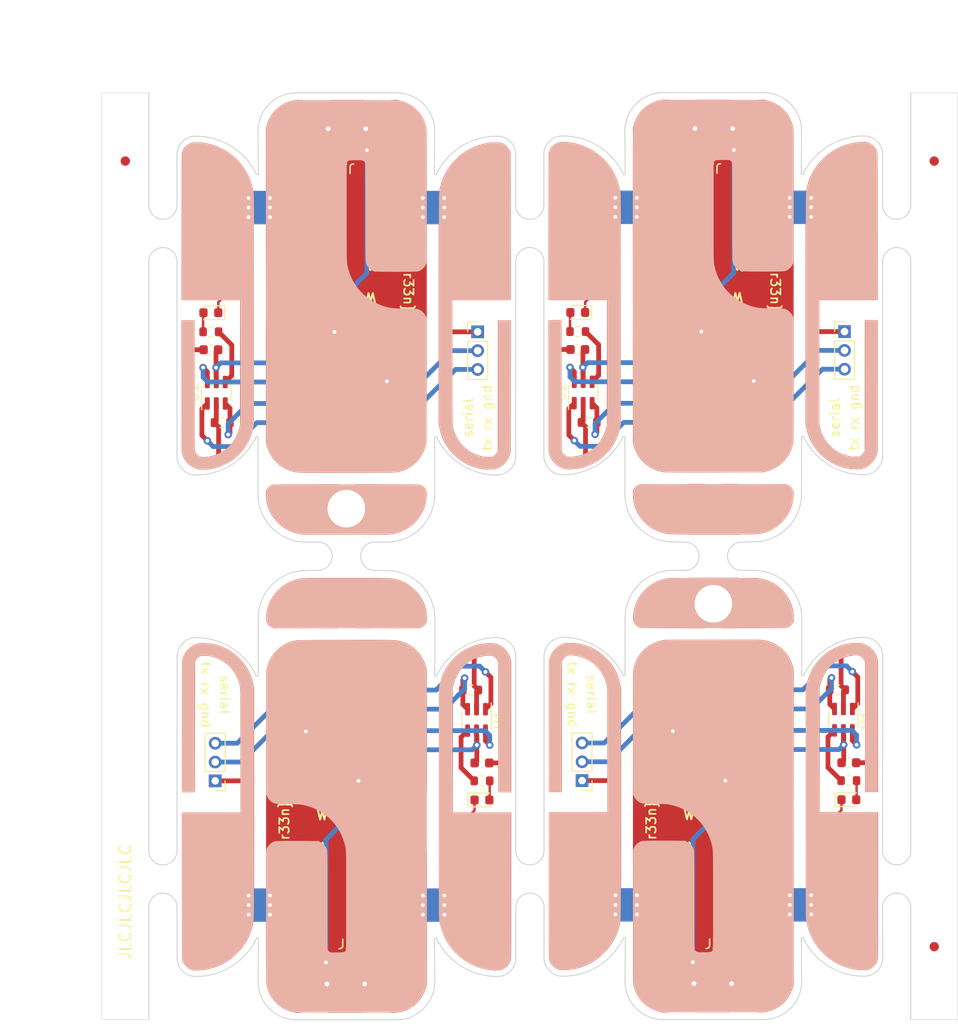
<source format=kicad_pcb>
(kicad_pcb (version 20211014) (generator pcbnew)
  (layers (0 "F.Cu" signal) (31 "B.Cu" signal) (34 "B.Paste" user) (35 "F.Paste" user) (36 "B.SilkS" user "B.Silkscreen") (37 "F.SilkS" user "F.Silkscreen") (38 "B.Mask" user) (39 "F.Mask" user) (44 "Edge.Cuts" user))
  (net 0 "")
  (net 1 "GND")
  (net 2 "Net-(D1-Pad2)")
  (net 3 "/rx")
  (net 4 "/tx")
  (net 5 "VBUS")
  (net 7 "/led")
  (footprint "LED_SMD:LED_0603_1608Metric" (layer "F.Cu") (at 64.246 104.626242)
    (fp_text reference "D1" hide)
    (fp_text value "LED")
  )
  (footprint "Capacitor_SMD:C_0603_1608Metric" (layer "F.Cu") (at 54.1343 58.091 90)
    (fp_text reference "C2" hide)
    (fp_text value "1.5 n")
  )
  (footprint "Pannelization:mouse-bite-3mm-slot" (layer "F.Cu") (at 49.816 78.716)
    (fp_text reference "mouse-bite-3mm-slot" hide)
    (fp_text value "VAL**" hide)
  )
  (footprint "Resistor_SMD:R_0603_1608Metric" (layer "F.Cu") (at 50.8323 54.864)
    (fp_text reference "R2" hide)
    (fp_text value "10 k")
  )
  (footprint "LED_SMD:LED_0603_1608Metric" (layer "F.Cu") (at 74.438 52.805758 180)
    (fp_text reference "D1" hide)
    (fp_text value "LED")
  )
  (footprint "Custom_Footprints:MicroQTJ_2pads" (layer "F.Cu") (at 49.766 126.978242)
    (fp_text reference "J2")
    (fp_text value "USB_B_Micro")
  )
  (footprint "Resistor_SMD:R_0603_1608Metric" (layer "F.Cu") (at 103.2827 102.568)
    (fp_text reference "R3" hide)
    (fp_text value "300")
  )
  (footprint "Resistor_SMD:R_0603_1608Metric" (layer "F.Cu") (at 54.1343 62.155 90)
    (fp_text reference "R4" hide)
    (fp_text value "10 k")
  )
  (footprint "Custom_Footprints:TS-1187A-B-A-B" (layer "F.Cu") (at 88.853 61.187758 -90)
    (fp_text reference "SW1" hide)
    (fp_text value "SW_Push")
  )
  (footprint "Custom_Footprints:MicroQTJ_2pads" (layer "F.Cu") (at 49.8813 30.48 180)
    (fp_text reference "J2")
    (fp_text value "USB_B_Micro")
  )
  (footprint "Custom_Footprints:TS-1187A-B-A-B" (layer "F.Cu") (at 49.831 96.244242 90)
    (fp_text reference "SW1" hide)
    (fp_text value "SW_Push")
  )
  (footprint "Custom_Footprints:SOT-23-6_narrow" (layer "F.Cu") (at 35.9788 61.341 90)
    (fp_text reference "U1")
    (fp_text value "PIC10F202T-I/OT")
  )
  (footprint "Custom_Footprints:MicroQTJ_2pads" (layer "F.Cu") (at 88.8027 126.952)
    (fp_text reference "J2")
    (fp_text value "USB_B_Micro")
  )
  (footprint "Custom_Footprints:SOT-23-6_narrow" (layer "F.Cu") (at 63.6685 96.117242 -90)
    (fp_text reference "U1")
    (fp_text value "PIC10F202T-I/OT")
  )
  (footprint "Resistor_SMD:R_0603_1608Metric" (layer "F.Cu") (at 63.039 92.942242)
    (fp_text reference "R1" hide)
    (fp_text value "10 k")
  )
  (footprint "Connector_PinHeader_2.00mm:PinHeader_1x03_P2.00mm_Vertical" (layer "F.Cu") (at 74.8977 102.568 180)
    (fp_text reference "J1" hide)
    (fp_text value "Conn_01x03_Male")
  )
  (footprint "Fiducial:Fiducial_1mm_Mask2mm" (layer "F.Cu") (at 26.297631 36.714)
    (fp_text reference "REF**" hide)
    (fp_text value "Fiducial_1mm_Mask2mm")
  )
  (footprint "Fiducial:Fiducial_1mm_Mask2mm" (layer "F.Cu") (at 112.364 36.714)
    (fp_text reference "REF**" hide)
    (fp_text value "Fiducial_1mm_Mask2mm")
  )
  (footprint "Pannelization:mouse-bite-3mm-slot" (layer "F.Cu") (at 88.8527 78.716)
    (fp_text reference "mouse-bite-3mm-slot" hide)
    (fp_text value "VAL**" hide)
  )
  (footprint "Connector_PinHeader_2.00mm:PinHeader_1x03_P2.00mm_Vertical" (layer "F.Cu") (at 35.861 102.594242 180)
    (fp_text reference "J1" hide)
    (fp_text value "Conn_01x03_Male")
  )
  (footprint "Capacitor_SMD:C_0603_1608Metric" (layer "F.Cu") (at 35.4013 56.769 180)
    (fp_text reference "C1" hide)
    (fp_text value "100 nF")
  )
  (footprint "Custom_Footprints:MicroQTJ_2pads" (layer "F.Cu") (at 88.918 30.453758 180)
    (fp_text reference "J2")
    (fp_text value "USB_B_Micro")
  )
  (footprint "Capacitor_SMD:C_0603_1608Metric" (layer "F.Cu") (at 74.438 56.742758 180)
    (fp_text reference "C1" hide)
    (fp_text value "100 nF")
  )
  (footprint "Resistor_SMD:R_0603_1608Metric" (layer "F.Cu") (at 45.513 95.303242 -90)
    (fp_text reference "R4" hide)
    (fp_text value "10 k")
  )
  (footprint "Resistor_SMD:R_0603_1608Metric" (layer "F.Cu") (at 89.869 54.837758)
    (fp_text reference "R2" hide)
    (fp_text value "10 k")
  )
  (footprint "Logo_Ganesh:35x46_2-furado" (layer "F.Cu") (at 88.853 53.313758 180)
    (fp_text reference "logo_cobre" hide)
    (fp_text value "LOGO" hide)
  )
  (footprint "Resistor_SMD:R_0603_1608Metric" (layer "F.Cu") (at 102.0757 92.916)
    (fp_text reference "R1" hide)
    (fp_text value "10 k")
  )
  (footprint "Logo_Ganesh:35x46_2-furado" (layer "F.Cu") (at 49.8163 53.34 180)
    (fp_text reference "logo_cobre" hide)
    (fp_text value "LOGO" hide)
  )
  (footprint "Resistor_SMD:R_0603_1608Metric" (layer "F.Cu") (at 48.815 102.594242 180)
    (fp_text reference "R2" hide)
    (fp_text value "10 k")
  )
  (footprint "Capacitor_SMD:C_0603_1608Metric" (layer "F.Cu") (at 64.246 100.689242)
    (fp_text reference "C1" hide)
    (fp_text value "100 nF")
  )
  (footprint "Pannelization:mouse-bite-3mm-slot" (layer "F.Cu") (at 69.34966 113.030002 90)
    (fp_text reference "mouse-bite-3mm-slot" hide)
    (fp_text value "VAL**" hide)
  )
  (footprint "Resistor_SMD:R_0603_1608Metric" (layer "F.Cu") (at 75.645 64.489758 180)
    (fp_text reference "R1" hide)
    (fp_text value "10 k")
  )
  (footprint "MountingHole:MountingHole_4mm" (layer "F.Cu") (at 49.8163 73.66 180)
    (fp_text reference "Hole" hide)
    (fp_text value "MountingHole_4mm")
  )
  (footprint "LED_SMD:LED_0603_1608Metric" (layer "F.Cu") (at 35.4013 52.832 180)
    (fp_text reference "D1" hide)
    (fp_text value "LED")
  )
  (footprint "Resistor_SMD:R_0603_1608Metric" (layer "F.Cu") (at 84.5497 95.277 -90)
    (fp_text reference "R4" hide)
    (fp_text value "10 k")
  )
  (footprint "Resistor_SMD:R_0603_1608Metric" (layer "F.Cu") (at 74.438 54.837758 180)
    (fp_text reference "R3" hide)
    (fp_text value "300")
  )
  (footprint "Pannelization:mouse-bite-3mm-slot" (layer "F.Cu") (at 69.33434 44.401998 -90)
    (fp_text reference "mouse-bite-3mm-slot" hide)
    (fp_text value "VAL**" hide)
  )
  (footprint "Pannelization:mouse-bite-3mm-slot" (layer "F.Cu") (at 30.29764 44.401998 -90)
    (fp_text reference "mouse-bite-3mm-slot" hide)
    (fp_text value "VAL**" hide)
  )
  (footprint "Resistor_SMD:R_0603_1608Metric" (layer "F.Cu") (at 35.4013 54.864 180)
    (fp_text reference "R3" hide)
    (fp_text value "300")
  )
  (footprint "Custom_Footprints:SOT-23-6_narrow" (layer "F.Cu") (at 102.7052 96.091 -90)
    (fp_text reference "U1")
    (fp_text value "PIC10F202T-I/OT")
  )
  (footprint "Resistor_SMD:R_0603_1608Metric" (layer "F.Cu") (at 87.8517 102.568 180)
    (fp_text reference "R2" hide)
    (fp_text value "10 k")
  )
  (footprint "Pannelization:mouse-bite-3mm-slot" (layer "F.Cu") (at 30.2977 113.03 90)
    (fp_text reference "mouse-bite-3mm-slot" hide)
    (fp_text value "VAL**" hide)
  )
  (footprint "Resistor_SMD:R_0603_1608Metric" (layer "F.Cu") (at 93.171 62.128758 90)
    (fp_text reference "R4" hide)
    (fp_text value "10 k")
  )
  (footprint "MountingHole:MountingHole_4mm" (layer "F.Cu") (at 88.8677 83.772)
    (fp_text reference "Hole" hide)
    (fp_text value "MountingHole_4mm")
  )
  (footprint "Connector_PinHeader_2.00mm:PinHeader_1x03_P2.00mm_Vertical" (layer "F.Cu") (at 102.823 54.837758)
    (fp_text reference "J1" hide)
    (fp_text value "Conn_01x03_Male")
  )
  (footprint "Connector_PinHeader_2.00mm:PinHeader_1x03_P2.00mm_Vertical" (layer "F.Cu") (at 63.7863 54.864)
    (fp_text reference "J1" hide)
    (fp_text value "Conn_01x03_Male")
  )
  (footprint "Custom_Footprints:TS-1187A-B-A-B" (layer "F.Cu") (at 49.8163 61.214 -90)
    (fp_text reference "SW1" hide)
    (fp_text value "SW_Push")
  )
  (footprint "Capacitor_SMD:C_0603_1608Metric" (layer "F.Cu") (at 93.171 58.064758 90)
    (fp_text reference "C2" hide)
    (fp_text value "1.5 n")
  )
  (footprint "Logo_Ganesh:35x46_2-furado" (layer "F.Cu") (at 49.831 104.118242)
    (fp_text reference "logo_cobre" hide)
    (fp_text value "LOGO" hide)
  )
  (footprint "Resistor_SMD:R_0603_1608Metric" (layer "F.Cu") (at 36.6083 64.516 180)
    (fp_text reference "R1" hide)
    (fp_text value "10 k")
  )
  (footprint "Custom_Footprints:TS-1187A-B-A-B" (layer "F.Cu") (at 88.8677 96.218 90)
    (fp_text reference "SW1" hide)
    (fp_text value "SW_Push")
  )
  (footprint "LED_SMD:LED_0603_1608Metric" (layer "F.Cu") (at 103.2827 104.6)
    (fp_text reference "D1" hide)
    (fp_text value "LED")
  )
  (footprint "Custom_Footprints:SOT-23-6_narrow" (layer "F.Cu") (at 75.0155 61.314758 90)
    (fp_text reference "U1")
    (fp_text value "PIC10F202T-I/OT")
  )
  (footprint "Capacitor_SMD:C_0603_1608Metric" (layer "F.Cu") (at 45.513 99.367242 -90)
    (fp_text reference "C2" hide)
    (fp_text value "1.5 n")
  )
  (footprint "Logo_Ganesh:35x46_2-furado" (layer "F.Cu") (at 88.8677 104.092)
    (fp_text reference "logo_cobre" hide)
    (fp_text value "LOGO" hide)
  )
  (footprint "Resistor_SMD:R_0603_1608Metric" (layer "F.Cu") (at 64.246 102.594242)
    (fp_text reference "R3" hide)
    (fp_text value "300")
  )
  (footprint "Fiducial:Fiducial_1mm_Mask2mm" (layer "F.Cu") (at 112.364 120.218)
    (fp_text reference "REF**" hide)
    (fp_text value "Fiducial_1mm_Mask2mm")
  )
  (footprint "Capacitor_SMD:C_0603_1608Metric" (layer "F.Cu") (at 84.5497 99.341 -90)
    (fp_text reference "C2" hide)
    (fp_text value "1.5 n")
  )
  (footprint "Capacitor_SMD:C_0603_1608Metric" (layer "F.Cu") (at 103.2827 100.663)
    (fp_text reference "C1" hide)
    (fp_text value "100 nF")
  )
  (footprint "Pannelization:mouse-bite-3mm-slot" (layer "B.Cu") (at 108.37104 113.03 90)
    (fp_text reference "mouse-bite-3mm-slot" hide)
    (fp_text value "VAL**" hide)
  )
  (footprint "Logo_Ganesh:35x46_2" (layer "B.Cu") (at 49.8163 53.34)
    (fp_text reference "Logo_silk" hide)
    (fp_text value "LOGO" hide)
  )
  (footprint "Pannelization:mouse-bite-3mm-slot" (layer "B.Cu") (at 108.3711 44.401998 -90)
    (fp_text reference "mouse-bite-3mm-slot" hide)
    (fp_text value "VAL**" hide)
  )
  (footprint "Logo_Ganesh:35x46_2" (layer "B.Cu") (at 88.853 53.313758)
    (fp_text reference "Logo_silk" hide)
    (fp_text value "LOGO" hide)
  )
  (footprint "Logo_Ganesh:35x46_2" (layer "B.Cu") (at 49.831 104.118242 180)
    (fp_text reference "Logo_silk" hide)
    (fp_text value "LOGO" hide)
  )
  (footprint "Logo_Ganesh:35x46_2" (layer "B.Cu") (at 88.8677 104.092 180)
    (fp_text reference "Logo_silk" hide)
    (fp_text value "LOGO" hide)
  )
  (gr_arc (start 59.407 91.467074) (mid 62.04141 88.478761) (end 65.866954 87.367301) (layer "Edge.Cuts") (width 0.1))
  (gr_arc (start 59.2143 66.04) (mid 59.300012 66.003597) (end 59.3923 65.991168) (layer "Edge.Cuts") (width 0.1))
  (gr_arc (start 70.84904 89.36) (mid 71.427605 87.94515) (end 72.831746 87.341059) (layer "Edge.Cuts") (width 0.1))
  (gr_line (start 70.83434 68.045758) (end 70.83434 47.401998) (layer "Edge.Cuts") (width 0.1))
  (gr_arc (start 104.855 34.046137) (mid 106.288594 34.603221) (end 106.871369 36.026564) (layer "Edge.Cuts") (width 0.1))
  (gr_line (start 106.8711 47.401998) (end 106.87166 68.045758) (layer "Edge.Cuts") (width 0.1))
  (gr_arc (start 79.455 33.501758) (mid 80.645318 30.628076) (end 83.519 29.437758) (layer "Edge.Cuts") (width 0.1))
  (gr_arc (start 72.851 34.046137) (mid 76.676544 35.157596) (end 79.310954 38.14591) (layer "Edge.Cuts") (width 0.1))
  (gr_line (start 46.816 77.216) (end 45.4983 77.216) (layer "Edge.Cuts") (width 0.1))
  (gr_line (start 28.7977 116.03) (end 28.797631 127.968) (layer "Edge.Cuts") (width 0.1))
  (gr_line (start 93.171 77.189758) (end 91.8527 77.216) (layer "Edge.Cuts") (width 0.1))
  (gr_line (start 67.83434 47.401998) (end 67.83496 68.072) (layer "Edge.Cuts") (width 0.1))
  (gr_arc (start 72.831746 87.341059) (mid 76.657291 88.452518) (end 79.2917 91.440832) (layer "Edge.Cuts") (width 0.1))
  (gr_line (start 79.503654 119.30868) (end 79.4697 123.904) (layer "Edge.Cuts") (width 0.1))
  (gr_arc (start 67.83496 68.072) (mid 67.256395 69.48685) (end 65.852254 70.090941) (layer "Edge.Cuts") (width 0.1))
  (gr_line (start 79.4697 85.296) (end 79.4697 91.392) (layer "Edge.Cuts") (width 0.1))
  (gr_arc (start 98.4437 91.440832) (mid 101.07811 88.45252) (end 104.903654 87.341059) (layer "Edge.Cuts") (width 0.1))
  (gr_line (start 59.229 123.930242) (end 59.195046 119.334922) (layer "Edge.Cuts") (width 0.1))
  (gr_arc (start 98.231746 119.30868) (mid 98.317453 119.27226) (end 98.409746 119.259848) (layer "Edge.Cuts") (width 0.1))
  (gr_arc (start 84.535 77.189758) (mid 80.942898 75.70186) (end 79.455 72.109758) (layer "Edge.Cuts") (width 0.1))
  (gr_line (start 59.180346 38.12332) (end 59.2143 33.528) (layer "Edge.Cuts") (width 0.1))
  (gr_arc (start 67.84966 116.030002) (mid 69.34966 114.530002) (end 70.84966 116.030002) (layer "Edge.Cuts") (width 0.1))
  (gr_line (start 70.849331 121.379194) (end 70.84966 116.030002) (layer "Edge.Cuts") (width 0.1))
  (gr_arc (start 85.8527 77.216) (mid 87.3527 78.715998) (end 85.852702 80.215998) (layer "Edge.Cuts") (width 0.1))
  (gr_arc (start 59.358346 38.172152) (mid 61.992757 35.183841) (end 65.8183 34.072379) (layer "Edge.Cuts") (width 0.1))
  (gr_arc (start 106.87166 68.045758) (mid 106.293095 69.460608) (end 104.888954 70.064699) (layer "Edge.Cuts") (width 0.1))
  (gr_arc (start 98.4437 91.440832) (mid 98.351412 91.428402) (end 98.2657 91.392) (layer "Edge.Cuts") (width 0.1))
  (gr_arc (start 106.87104 116.03) (mid 108.37104 114.53) (end 109.87104 116.03) (layer "Edge.Cuts") (width 0.1))
  (gr_arc (start 70.83434 41.401998) (mid 69.33434 42.901998) (end 67.83434 41.401998) (layer "Edge.Cuts") (width 0.1))
  (gr_arc (start 79.325654 119.259848) (mid 79.417939 119.272291) (end 79.503654 119.30868) (layer "Edge.Cuts") (width 0.1))
  (gr_line (start 67.84966 89.386242) (end 67.84966 110.030002) (layer "Edge.Cuts") (width 0.1))
  (gr_arc (start 70.834631 36.026564) (mid 71.417457 34.603272) (end 72.851 34.046137) (layer "Edge.Cuts") (width 0.1))
  (gr_arc (start 65.8183 34.072379) (mid 67.251894 34.629463) (end 67.834669 36.052806) (layer "Edge.Cuts") (width 0.1))
  (gr_arc (start 98.251 72.109758) (mid 96.763102 75.70186) (end 93.171 77.189758) (layer "Edge.Cuts") (width 0.1))
  (gr_line (start 67.834669 36.052806) (end 67.83434 41.401998) (layer "Edge.Cuts") (width 0.1))
  (gr_arc (start 52.815998 80.215998) (mid 51.316 78.715998) (end 52.816 77.216) (layer "Edge.Cuts") (width 0.1))
  (gr_arc (start 44.497 127.994242) (mid 41.623318 126.803924) (end 40.433 123.930242) (layer "Edge.Cuts") (width 0.1))
  (gr_line (start 67.849369 121.405436) (end 67.84966 116.030002) (layer "Edge.Cuts") (width 0.1))
  (gr_arc (start 28.7977 116.03) (mid 30.2977 114.53) (end 31.7977 116.03) (layer "Edge.Cuts") (width 0.1))
  (gr_line (start 31.797931 36.052806) (end 31.79764 41.401998) (layer "Edge.Cuts") (width 0.1))
  (gr_arc (start 40.2403 65.991168) (mid 40.332588 66.003598) (end 40.4183 66.04) (layer "Edge.Cuts") (width 0.1))
  (gr_line (start 114.871031 29.464) (end 109.871031 29.464) (layer "Edge.Cuts") (width 0.05))
  (gr_line (start 23.797631 29.464) (end 23.797631 127.968) (layer "Edge.Cuts") (width 0.05))
  (gr_arc (start 31.79764 41.401998) (mid 30.29764 42.901998) (end 28.79764 41.401998) (layer "Edge.Cuts") (width 0.1))
  (gr_line (start 114.871031 29.464) (end 114.871031 127.968) (layer "Edge.Cuts") (width 0.05))
  (gr_arc (start 98.395046 38.14591) (mid 101.029457 35.157599) (end 104.855 34.046137) (layer "Edge.Cuts") (width 0.1))
  (gr_line (start 83.5337 127.968) (end 94.2017 127.968) (layer "Edge.Cuts") (width 0.1))
  (gr_line (start 91.852698 80.215998) (end 93.1857 80.216) (layer "Edge.Cuts") (width 0.1))
  (gr_arc (start 79.4697 91.392) (mid 79.383988 91.428403) (end 79.2917 91.440832) (layer "Edge.Cuts") (width 0.1))
  (gr_line (start 109.871109 29.464) (end 109.8711 41.401998) (layer "Edge.Cuts") (width 0.1))
  (gr_arc (start 94.187 29.437758) (mid 97.060682 30.628076) (end 98.251 33.501758) (layer "Edge.Cuts") (width 0.1))
  (gr_line (start 106.871369 36.026564) (end 106.8711 41.401998) (layer "Edge.Cuts") (width 0.1))
  (gr_arc (start 79.488954 38.097078) (mid 79.403247 38.133498) (end 79.310954 38.14591) (layer "Edge.Cuts") (width 0.1))
  (gr_arc (start 109.8711 41.401998) (mid 108.3711 42.901998) (end 106.8711 41.401998) (layer "Edge.Cuts") (width 0.1))
  (gr_arc (start 46.816 77.216) (mid 48.316 78.715998) (end 46.816002 80.215998) (layer "Edge.Cuts") (width 0.1))
  (gr_line (start 109.8711 47.401998) (end 109.87104 110.03) (layer "Edge.Cuts") (width 0.1))
  (gr_line (start 59.2143 72.136) (end 59.2143 66.04) (layer "Edge.Cuts") (width 0.1))
  (gr_arc (start 40.2403 65.991168) (mid 37.60589 68.979481) (end 33.780346 70.090941) (layer "Edge.Cuts") (width 0.1))
  (gr_arc (start 104.903654 87.341059) (mid 106.307805 87.94514) (end 106.88636 89.36) (layer "Edge.Cuts") (width 0.1))
  (gr_arc (start 45.4983 77.216) (mid 41.906198 75.728102) (end 40.4183 72.136) (layer "Edge.Cuts") (width 0.1))
  (gr_line (start 40.4183 33.528) (end 40.452254 38.12332) (layer "Edge.Cuts") (width 0.1))
  (gr_arc (start 67.849369 121.405436) (mid 67.266543 122.828728) (end 65.833 123.385863) (layer "Edge.Cuts") (width 0.1))
  (gr_arc (start 70.84966 110.030002) (mid 69.34966 111.530002) (end 67.84966 110.030002) (layer "Edge.Cuts") (width 0.1))
  (gr_line (start 79.455 66.013758) (end 79.455 72.109758) (layer "Edge.Cuts") (width 0.1))
  (gr_arc (start 91.852698 80.215998) (mid 90.3527 78.715998) (end 91.8527 77.216) (layer "Edge.Cuts") (width 0.1))
  (gr_line (start 40.466954 119.334922) (end 40.433 123.930242) (layer "Edge.Cuts") (width 0.1))
  (gr_line (start 28.7977 110.03) (end 28.797669 47.401998) (layer "Edge.Cuts") (width 0.1))
  (gr_arc (start 104.8697 123.359621) (mid 101.044156 122.248162) (end 98.409746 119.259848) (layer "Edge.Cuts") (width 0.1))
  (gr_arc (start 104.888954 70.064699) (mid 101.063409 68.95324) (end 98.429 65.964926) (layer "Edge.Cuts") (width 0.1))
  (gr_line (start 28.79764 41.401998) (end 28.797631 29.464) (layer "Edge.Cuts") (width 0.1))
  (gr_line (start 40.4183 66.04) (end 40.4183 72.136) (layer "Edge.Cuts") (width 0.1))
  (gr_arc (start 79.277 65.964926) (mid 79.369288 65.977356) (end 79.455 66.013758) (layer "Edge.Cuts") (width 0.1))
  (gr_arc (start 65.866954 87.367301) (mid 67.271105 87.971382) (end 67.84966 89.386242) (layer "Edge.Cuts") (width 0.1))
  (gr_line (start 40.433 85.322242) (end 40.433 91.418242) (layer "Edge.Cuts") (width 0.1))
  (gr_line (start 94.187 29.437758) (end 83.519 29.437758) (layer "Edge.Cuts") (width 0.1))
  (gr_arc (start 65.852254 70.090941) (mid 62.026709 68.979482) (end 59.3923 65.991168) (layer "Edge.Cuts") (width 0.1))
  (gr_line (start 55.1503 29.464) (end 44.4823 29.464) (layer "Edge.Cuts") (width 0.1))
  (gr_line (start 98.2657 91.392) (end 98.2657 85.296) (layer "Edge.Cuts") (width 0.1))
  (gr_line (start 52.815998 80.215998) (end 54.149 80.242242) (layer "Edge.Cuts") (width 0.1))
  (gr_line (start 44.497 127.994242) (end 55.165 127.994242) (layer "Edge.Cuts") (width 0.1))
  (gr_line (start 70.834631 36.026564) (end 70.83434 41.401998) (layer "Edge.Cuts") (width 0.1))
  (gr_line (start 31.7977 110.03) (end 31.81234 89.386242) (layer "Edge.Cuts") (width 0.1))
  (gr_arc (start 72.817046 70.064699) (mid 71.412895 69.460618) (end 70.83434 68.045758) (layer "Edge.Cuts") (width 0.1))
  (gr_arc (start 59.229 123.930242) (mid 58.038682 126.803924) (end 55.165 127.994242) (layer "Edge.Cuts") (width 0.1))
  (gr_line (start 79.455 33.501758) (end 79.488954 38.097078) (layer "Edge.Cuts") (width 0.1))
  (gr_arc (start 40.288954 119.28609) (mid 37.654543 122.274401) (end 33.829 123.385863) (layer "Edge.Cuts") (width 0.1))
  (gr_arc (start 79.325654 119.259848) (mid 76.691243 122.248159) (end 72.8657 123.359621) (layer "Edge.Cuts") (width 0.1))
  (gr_line (start 45.513 80.242242) (end 46.816002 80.215998) (layer "Edge.Cuts") (width 0.1))
  (gr_arc (start 59.407 91.467074) (mid 59.314712 91.454644) (end 59.229 91.418242) (layer "Edge.Cuts") (width 0.1))
  (gr_line (start 84.5497 80.216) (end 85.852702 80.215998) (layer "Edge.Cuts") (width 0.1))
  (gr_arc (start 33.780346 70.090941) (mid 32.376195 69.48686) (end 31.79764 68.072) (layer "Edge.Cuts") (width 0.1))
  (gr_arc (start 106.8711 47.401998) (mid 108.3711 45.901998) (end 109.8711 47.401998) (layer "Edge.Cuts") (width 0.1))
  (gr_arc (start 33.795046 87.367301) (mid 37.620591 88.47876) (end 40.255 91.467074) (layer "Edge.Cuts") (width 0.1))
  (gr_arc (start 59.2143 72.136) (mid 57.726402 75.728102) (end 54.1343 77.216) (layer "Edge.Cuts") (width 0.1))
  (gr_arc (start 59.195046 119.334922) (mid 59.280753 119.298502) (end 59.373046 119.28609) (layer "Edge.Cuts") (width 0.1))
  (gr_line (start 28.797631 29.464) (end 23.797631 29.464) (layer "Edge.Cuts") (width 0.05))
  (gr_arc (start 67.83434 47.401998) (mid 69.33434 45.901998) (end 70.83434 47.401998) (layer "Edge.Cuts") (width 0.1))
  (gr_arc (start 72.8657 123.359621) (mid 71.432106 122.802537) (end 70.849331 121.379194) (layer "Edge.Cuts") (width 0.1))
  (gr_arc (start 79.4697 85.296) (mid 80.957598 81.703898) (end 84.5497 80.216) (layer "Edge.Cuts") (width 0.1))
  (gr_line (start 98.2657 123.904) (end 98.231746 119.30868) (layer "Edge.Cuts") (width 0.1))
  (gr_arc (start 40.452254 38.12332) (mid 40.366547 38.15974) (end 40.274254 38.172152) (layer "Edge.Cuts") (width 0.1))
  (gr_arc (start 31.7977 110.03) (mid 30.2977 111.53) (end 28.7977 110.03) (layer "Edge.Cuts") (width 0.1))
  (gr_arc (start 40.288954 119.28609) (mid 40.381239 119.298533) (end 40.466954 119.334922) (layer "Edge.Cuts") (width 0.1))
  (gr_arc (start 31.81234 89.386242) (mid 32.390905 87.971392) (end 33.795046 87.367301) (layer "Edge.Cuts") (width 0.1))
  (gr_arc (start 109.87104 110.03) (mid 108.37104 111.53) (end 106.87104 110.03) (layer "Edge.Cuts") (width 0.1))
  (gr_line (start 70.84966 110.030002) (end 70.84904 89.36) (layer "Edge.Cuts") (width 0.1))
  (gr_line (start 106.88636 89.36) (end 106.87104 110.03) (layer "Edge.Cuts") (width 0.1))
  (gr_arc (start 106.886069 121.379194) (mid 106.303243 122.802486) (end 104.8697 123.359621) (layer "Edge.Cuts") (width 0.1))
  (gr_arc (start 83.5337 127.968) (mid 80.660018 126.777682) (end 79.4697 123.904) (layer "Edge.Cuts") (width 0.1))
  (gr_arc (start 59.358346 38.172152) (mid 59.266061 38.159709) (end 59.180346 38.12332) (layer "Edge.Cuts") (width 0.1))
  (gr_arc (start 54.149 80.242242) (mid 57.741102 81.73014) (end 59.229 85.322242) (layer "Edge.Cuts") (width 0.1))
  (gr_arc (start 40.4183 33.528) (mid 41.608618 30.654318) (end 44.4823 29.464) (layer "Edge.Cuts") (width 0.1))
  (gr_arc (start 93.1857 80.216) (mid 96.777802 81.703898) (end 98.2657 85.296) (layer "Edge.Cuts") (width 0.1))
  (gr_arc (start 98.395046 38.14591) (mid 98.302761 38.133467) (end 98.217046 38.097078) (layer "Edge.Cuts") (width 0.1))
  (gr_line (start 85.8527 77.216) (end 84.535 77.189758) (layer "Edge.Cuts") (width 0.1))
  (gr_arc (start 40.433 91.418242) (mid 40.347288 91.454645) (end 40.255 91.467074) (layer "Edge.Cuts") (width 0.1))
  (gr_arc (start 98.251 66.013758) (mid 98.336712 65.977355) (end 98.429 65.964926) (layer "Edge.Cuts") (width 0.1))
  (gr_arc (start 65.833 123.385863) (mid 62.007456 122.274404) (end 59.373046 119.28609) (layer "Edge.Cuts") (width 0.1))
  (gr_line (start 98.251 72.109758) (end 98.251 66.013758) (layer "Edge.Cuts") (width 0.1))
  (gr_line (start 31.812631 121.405436) (end 31.7977 116.03) (layer "Edge.Cuts") (width 0.1))
  (gr_line (start 59.229 91.418242) (end 59.229 85.322242) (layer "Edge.Cuts") (width 0.1))
  (gr_line (start 98.217046 38.097078) (end 98.251 33.501758) (layer "Edge.Cuts") (width 0.1))
  (gr_arc (start 40.433 85.322242) (mid 41.920898 81.73014) (end 45.513 80.242242) (layer "Edge.Cuts") (width 0.1))
  (gr_arc (start 33.829 123.385863) (mid 32.395406 122.828779) (end 31.812631 121.405436) (layer "Edge.Cuts") (width 0.1))
  (gr_arc (start 98.2657 123.904) (mid 97.075382 126.777682) (end 94.2017 127.968) (layer "Edge.Cuts") (width 0.1))
  (gr_line (start 106.886069 121.379194) (end 106.87104 116.03) (layer "Edge.Cuts") (width 0.1))
  (gr_arc (start 33.8143 34.072379) (mid 37.639844 35.183838) (end 40.274254 38.172152) (layer "Edge.Cuts") (width 0.1))
  (gr_arc (start 31.797931 36.052806) (mid 32.380757 34.629514) (end 33.8143 34.072379) (layer "Edge.Cuts") (width 0.1))
  (gr_line (start 54.1343 77.216) (end 52.816 77.216) (layer "Edge.Cuts") (width 0.1))
  (gr_line (start 109.871109 127.968) (end 109.87104 116.03) (layer "Edge.Cuts") (width 0.1))
  (gr_line (start 114.871031 127.968) (end 109.871031 127.968) (layer "Edge.Cuts") (width 0.05))
  (gr_arc (start 55.1503 29.464) (mid 58.023982 30.654318) (end 59.2143 33.528) (layer "Edge.Cuts") (width 0.1))
  (gr_line (start 31.79764 68.072) (end 31.79764 47.401998) (layer "Edge.Cuts") (width 0.1))
  (gr_line (start 28.797631 127.968) (end 23.797631 127.968) (layer "Edge.Cuts") (width 0.05))
  (gr_arc (start 28.79764 47.401998) (mid 30.29764 45.901998) (end 31.79764 47.401998) (layer "Edge.Cuts") (width 0.1))
  (gr_arc (start 79.277 65.964926) (mid 76.64259 68.953239) (end 72.817046 70.064699) (layer "Edge.Cuts") (width 0.1))
  (gr_text "Reversa" (at 102.5837 113.998 315) (layer "F.SilkS") (effects (font (size 1.2 1.2) (thickness 0.2))))
  (gr_text "Ganesh" (at 89.361 67.537758 180) (layer "F.SilkS") (effects (font (size 2 2) (thickness 0.33))))
  (gr_text "CTF" (at 102.8377 119.332) (layer "F.SilkS") (effects (font (size 1.2 1.2) (thickness 0.2))))
  (gr_text "Web" (at 87.3437 106.124) (layer "F.SilkS") (effects (font (size 1.2 1.2) (thickness 0.2))))
  (gr_text "Ganesh" (at 49.323 89.894242) (layer "F.SilkS") (effects (font (size 2 2) (thickness 0.33))))
  (gr_text "Ganesh" (at 50.3243 67.564 180) (layer "F.SilkS") (effects (font (size 2 2) (thickness 0.33))))
  (gr_text "Ganesh{s3i_LEr_5ilKsCr33n}" (at 43.227 115.294242 90) (layer "F.SilkS") (effects (font (size 1 1) (thickness 0.17))))
  (gr_text "Pentest" (at 74.6437 116.792 315) (layer "F.SilkS") (effects (font (size 1.2 1.2) (thickness 0.2))))
  (gr_text "tx rx gnd" (at 103.839 63.981758 90) (layer "F.SilkS") (effects (font (size 1 1) (thickness 0.16))))
  (gr_text "serial" (at 101.807 63.981758 90) (layer "F.SilkS") (effects (font (size 1 1) (thickness 0.16))))
  (gr_text "CTF" (at 63.801 119.358242) (layer "F.SilkS") (effects (font (size 1.2 1.2) (thickness 0.2))))
  (gr_text "CTF" (at 74.883 38.073758 180) (layer "F.SilkS") (effects (font (size 1.2 1.2) (thickness 0.2))))
  (gr_text "Hardware" (at 85.8197 112.982 90) (layer "F.SilkS") (effects (font (size 1.2 1.2) (thickness 0.2))))
  (gr_text "Hardware" (at 46.783 113.008242 90) (layer "F.SilkS") (effects (font (size 1.2 1.2) (thickness 0.2))))
  (gr_text "CTF" (at 35.8463 38.1 180) (layer "F.SilkS") (effects (font (size 1.2 1.2) (thickness 0.2))))
  (gr_text "Ganesh" (at 88.3597 89.868) (layer "F.SilkS") (effects (font (size 2 2) (thickness 0.33))))
  (gr_text "Redes" (at 64.0403 47.498 225) (layer "F.SilkS") (effects (font (size 1.2 1.2) (thickness 0.2))))
  (gr_text "Ganesh{s3i_LEr_5ilKsCr33n}" (at 56.4203 42.164 270) (layer "F.SilkS") (effects (font (size 1 1) (thickness 0.17))))
  (gr_text "by alexsantee" (at 96.2337 102.822 90) (layer "F.SilkS") (effects (font (size 1 1) (thickness 0.16)) (justify left)))
  (gr_text "Criptografia" (at 94.4557 117.046 270) (layer "F.SilkS") (effects (font (size 1.2 1.2) (thickness 0.2))))
  (gr_text "Pentest" (at 103.077 40.613758 135) (layer "F.SilkS") (effects (font (size 1.2 1.2) (thickness 0.2))))
  (gr_text "tx rx gnd" (at 73.8817 93.424 270) (layer "F.SilkS") (effects (font (size 1 1) (thickness 0.16))))
  (gr_text "Redes" (at 74.6437 109.934 45) (layer "F.SilkS") (effects (font (size 1.2 1.2) (thickness 0.2))))
  (gr_text "tx rx gnd" (at 64.8023 64.008 90) (layer "F.SilkS") (effects (font (size 1 1) (thickness 0.16))))
  (gr_text "serial" (at 75.9137 93.424 270) (layer "F.SilkS") (effects (font (size 1 1) (thickness 0.16))))
  (gr_text "Web" (at 90.377 51.281758 180) (layer "F.SilkS") (effects (font (size 1.2 1.2) (thickness 0.2))))
  (gr_text "Ganesh{s3i_LEr_5ilKsCr33n}" (at 95.457 42.137758 270) (layer "F.SilkS") (effects (font (size 1 1) (thickness 0.17))))
  (gr_text "Reversa" (at 63.547 114.024242 315) (layer "F.SilkS") (effects (font (size 1.2 1.2) (thickness 0.2))))
  (gr_text "tx rx gnd" (at 34.845 93.450242 270) (layer "F.SilkS") (effects (font (size 1 1) (thickness 0.16))))
  (gr_text "Redes" (at 103.077 47.471758 225) (layer "F.SilkS") (effects (font (size 1.2 1.2) (thickness 0.2))))
  (gr_text "Hardware" (at 91.901 44.423758 270) (layer "F.SilkS") (effects (font (size 1.2 1.2) (thickness 0.2))))
  (gr_text "Pwning" (at 63.293 108.182242) (layer "F.SilkS") (effects (font (size 1.2 1.2) (thickness 0.2))))
  (gr_text "Pwning" (at 36.3543 49.276 180) (layer "F.SilkS") (effects (font (size 1.2 1.2) (thickness 0.2))))
  (gr_text "Criptografia" (at 83.265 40.359758 90) (layer "F.SilkS") (effects (font (size 1.2 1.2) (thickness 0.2))))
  (gr_text "by alexsantee" (at 81.487 54.583758 270) (layer "F.SilkS") (effects (font (size 1 1) (thickness 0.16)) (justify left)))
  (gr_text "Reversa" (at 75.137 43.407758 135) (layer "F.SilkS") (effects (font (size 1.2 1.2) (thickness 0.2))))
  (gr_text "Criptografia" (at 55.419 117.072242 270) (layer "F.SilkS") (effects (font (size 1.2 1.2) (thickness 0.2))))
  (gr_text "Web" (at 51.3403 51.308 180) (layer "F.SilkS") (effects (font (size 1.2 1.2) (thickness 0.2))))
  (gr_text "by alexsantee" (at 57.197 102.848242 90) (layer "F.SilkS") (effects (font (size 1 1) (thickness 0.16)) (justify left)))
  (gr_text "by alexsantee" (at 42.4503 54.61 270) (layer "F.SilkS") (effects (font (size 1 1) (thickness 0.16)) (justify left)))
  (gr_text "Pentest" (at 64.0403 40.64 135) (layer "F.SilkS") (effects (font (size 1.2 1.2) (thickness 0.2))))
  (gr_text "Pwning" (at 102.3297 108.156) (layer "F.SilkS") (effects (font (size 1.2 1.2) (thickness 0.2))))
  (gr_text "serial" (at 36.877 93.450242 270) (layer "F.SilkS") (effects (font (size 1 1) (thickness 0.16))))
  (gr_text "JLCJLCJLCJLC" (at 26.297631 115.496 90) (layer "F.SilkS") (effects (font (size 1.2 1.2) (thickness 0.2))))
  (gr_text "Criptografia" (at 44.2283 40.386 90) (layer "F.SilkS") (effects (font (size 1.2 1.2) (thickness 0.2))))
  (gr_text "Pentest" (at 35.607 116.818242 315) (layer "F.SilkS") (effects (font (size 1.2 1.2) (thickness 0.2))))
  (gr_text "Redes" (at 35.607 109.960242 45) (layer "F.SilkS") (effects (font (size 1.2 1.2) (thickness 0.2))))
  (gr_text "Web" (at 48.307 106.150242) (layer "F.SilkS") (effects (font (size 1.2 1.2) (thickness 0.2))))
  (gr_text "Pwning" (at 75.391 49.249758 180) (layer "F.SilkS") (effects (font (size 1.2 1.2) (thickness 0.2))))
  (gr_text "serial" (at 62.7703 64.008 90) (layer "F.SilkS") (effects (font (size 1 1) (thickness 0.16))))
  (gr_text "Ganesh{s3i_LEr_5ilKsCr33n}" (at 82.2637 115.268 90) (layer "F.SilkS") (effects (font (size 1 1) (thickness 0.17))))
  (gr_text "Reversa" (at 36.1003 43.434 135) (layer "F.SilkS") (effects (font (size 1.2 1.2) (thickness 0.2))))
  (gr_text "Hardware" (at 52.8643 44.45 270) (layer "F.SilkS") (effects (font (size 1.2 1.2) (thickness 0.2))))
  (segment (start 86.9927 93.218) (end 86.9927 99.218) (width 0.254) (layer "F.Cu") (net 0))
  (segment (start 84.5497 96.102) (end 84.5497 98.566) (width 0.254) (layer "F.Cu") (net 0))
  (segment (start 35.0288 59.121) (end 35.0288 60.2035) (width 0.508) (layer "F.Cu") (net 0))
  (segment (start 91.937 64.187758) (end 90.728 64.187758) (width 0.254) (layer "F.Cu") (net 0))
  (segment (start 47.956 99.244242) (end 47.956 102.560242) (width 0.254) (layer "F.Cu") (net 0))
  (segment (start 54.1343 62.98) (end 52.9003 64.214) (width 0.254) (layer "F.Cu") (net 0))
  (segment (start 45.513 94.478242) (end 46.747 93.244242) (width 0.254) (layer "F.Cu") (net 0))
  (segment (start 86.9927 102.534) (end 87.0267 102.568) (width 0.254) (layer "F.Cu") (net 0))
  (segment (start 47.956 93.244242) (end 47.956 99.244242) (width 0.254) (layer "F.Cu") (net 0))
  (segment (start 47.956 102.560242) (end 47.99 102.594242) (width 0.254) (layer "F.Cu") (net 0))
  (segment (start 64.6185 98.337242) (end 64.6185 97.254742) (width 0.508) (layer "F.Cu") (net 0))
  (segment (start 90.728 64.187758) (end 90.728 58.187758) (width 0.254) (layer "F.Cu") (net 0))
  (segment (start 93.171 62.953758) (end 91.937 64.187758) (width 0.254) (layer "F.Cu") (net 0))
  (segment (start 86.9927 99.218) (end 86.9927 102.534) (width 0.254) (layer "F.Cu") (net 0))
  (segment (start 52.9003 64.214) (end 51.6913 64.214) (width 0.254) (layer "F.Cu") (net 0))
  (segment (start 93.171 61.303758) (end 93.171 58.839758) (width 0.254) (layer "F.Cu") (net 0))
  (segment (start 54.1343 61.33) (end 54.1343 58.866) (width 0.254) (layer "F.Cu") (net 0))
  (segment (start 46.747 93.244242) (end 47.956 93.244242) (width 0.254) (layer "F.Cu") (net 0))
  (segment (start 51.6913 58.214) (end 51.6913 54.898) (width 0.254) (layer "F.Cu") (net 0))
  (segment (start 51.6913 64.214) (end 51.6913 58.214) (width 0.254) (layer "F.Cu") (net 0))
  (segment (start 104.1077 98.7635) (end 103.6552 98.311) (width 0.508) (layer "F.Cu") (net 0))
  (segment (start 84.5497 94.452) (end 85.7837 93.218) (width 0.254) (layer "F.Cu") (net 0))
  (segment (start 90.728 54.871758) (end 90.694 54.837758) (width 0.254) (layer "F.Cu") (net 0))
  (segment (start 51.6913 54.898) (end 51.6573 54.864) (width 0.254) (layer "F.Cu") (net 0))
  (segment (start 103.6552 98.311) (end 103.6552 97.2285) (width 0.508) (layer "F.Cu") (net 0))
  (segment (start 34.5763 58.6685) (end 35.0288 59.121) (width 0.508) (layer "F.Cu") (net 0))
  (segment (start 45.513 96.128242) (end 45.513 98.592242) (width 0.254) (layer "F.Cu") (net 0))
  (segment (start 74.0655 59.094758) (end 74.0655 60.177258) (width 0.508) (layer "F.Cu") (net 0))
  (segment (start 90.728 58.187758) (end 90.728 54.871758) (width 0.254) (layer "F.Cu") (net 0))
  (segment (start 65.071 98.789742) (end 64.6185 98.337242) (width 0.508) (layer "F.Cu") (net 0))
  (segment (start 85.7837 93.218) (end 86.9927 93.218) (width 0.254) (layer "F.Cu") (net 0))
  (segment (start 73.613 58.642258) (end 74.0655 59.094758) (width 0.508) (layer "F.Cu") (net 0))
  (via (at 73.613 58.642258) (size 0.8) (drill 0.4) (layers "F.Cu" "B.Cu") (net 0))
  (via (at 34.5763 58.6685) (size 0.8) (drill 0.4) (layers "F.Cu" "B.Cu") (net 0))
  (via (at 93.171 60.096758) (size 0.8) (drill 0.4) (layers "F.Cu" "B.Cu") (net 0))
  (via (at 45.513 97.335242) (size 0.8) (drill 0.4) (layers "F.Cu" "B.Cu") (net 0))
  (via (at 104.1077 98.7635) (size 0.8) (drill 0.4) (layers "F.Cu" "B.Cu") (net 0))
  (via (at 54.1343 60.123) (size 0.8) (drill 0.4) (layers "F.Cu" "B.Cu") (net 0))
  (via (at 65.071 98.789742) (size 0.8) (drill 0.4) (layers "F.Cu" "B.Cu") (net 0))
  (via (at 84.5497 97.309) (size 0.8) (drill 0.4) (layers "F.Cu" "B.Cu") (net 0))
  (segment (start 103.5997 97.234) (end 84.6247 97.234) (width 0.508) (layer "B.Cu") (net 0))
  (segment (start 104.1077 97.742) (end 103.5997 97.234) (width 0.508) (layer "B.Cu") (net 0))
  (segment (start 54.0593 60.198) (end 54.1343 60.123) (width 0.508) (layer "B.Cu") (net 0))
  (segment (start 73.613 58.642258) (end 73.613 59.663758) (width 0.508) (layer "B.Cu") (net 0))
  (segment (start 84.6247 97.234) (end 84.5497 97.309) (width 0.508) (layer "B.Cu") (net 0))
  (segment (start 64.563 97.260242) (end 45.588 97.260242) (width 0.508) (layer "B.Cu") (net 0))
  (segment (start 65.071 98.789742) (end 65.071 97.768242) (width 0.508) (layer "B.Cu") (net 0))
  (segment (start 74.121 60.171758) (end 93.096 60.171758) (width 0.508) (layer "B.Cu") (net 0))
  (segment (start 104.1077 98.7635) (end 104.1077 97.742) (width 0.508) (layer "B.Cu") (net 0))
  (segment (start 34.5763 58.6685) (end 34.5763 59.69) (width 0.508) (layer "B.Cu") (net 0))
  (segment (start 35.0843 60.198) (end 54.0593 60.198) (width 0.508) (layer "B.Cu") (net 0))
  (segment (start 34.5763 59.69) (end 35.0843 60.198) (width 0.508) (layer "B.Cu") (net 0))
  (segment (start 65.071 97.768242) (end 64.563 97.260242) (width 0.508) (layer "B.Cu") (net 0))
  (segment (start 93.096 60.171758) (end 93.171 60.096758) (width 0.508) (layer "B.Cu") (net 0))
  (segment (start 45.588 97.260242) (end 45.513 97.335242) (width 0.508) (layer "B.Cu") (net 0))
  (segment (start 73.613 59.663758) (end 74.121 60.171758) (width 0.508) (layer "B.Cu") (net 0))
  (segment (start 102.9007 92.916) (end 102.4567 92.472) (width 0.508) (layer "F.Cu") (net 1))
  (segment (start 63.4585 105.730742) (end 62.531 106.658242) (width 0.254) (layer "F.Cu") (net 1))
  (segment (start 90.1377 121.745) (end 90.129998 121.752702) (width 0.508) (layer "F.Cu") (net 1))
  (segment (start 65.021 100.689242) (end 66.595 100.689242) (width 0.508) (layer "F.Cu") (net 1))
  (segment (start 36.1888 51.7275) (end 37.1163 50.8) (width 0.254) (layer "F.Cu") (net 1))
  (segment (start 51.101 121.771242) (end 51.093298 121.778944) (width 0.508) (layer "F.Cu") (net 1))
  (segment (start 63.7863 54.864) (end 60.4843 54.864) (width 0.508) (layer "F.Cu") (net 1))
  (segment (start 63.4585 104.626242) (end 63.4585 105.730742) (width 0.254) (layer "F.Cu") (net 1))
  (segment (start 63.6685 93.137742) (end 63.864 92.942242) (width 0.508) (layer "F.Cu") (net 1))
  (segment (start 102.7052 94.9535) (end 102.7052 93.1115) (width 0.508) (layer "F.Cu") (net 1))
  (segment (start 74.82 64.489758) (end 75.264 64.933758) (width 0.508) (layer "F.Cu") (net 1))
  (segment (start 63.6685 94.979742) (end 63.6685 93.137742) (width 0.508) (layer "F.Cu") (net 1))
  (segment (start 90.129998 121.752702) (end 90.129998 123.469298) (width 0.508) (layer "F.Cu") (net 1))
  (segment (start 63.42 92.498242) (end 63.42 89.005242) (width 0.508) (layer "F.Cu") (net 1))
  (segment (start 75.264 64.933758) (end 75.264 68.426758) (width 0.508) (layer "F.Cu") (net 1))
  (segment (start 35.861 102.594242) (end 39.163 102.594242) (width 0.508) (layer "F.Cu") (net 1))
  (segment (start 51.093298 121.778944) (end 51.093298 123.49554) (width 0.508) (layer "F.Cu") (net 1))
  (segment (start 75.2255 51.701258) (end 76.153 50.773758) (width 0.254) (layer "F.Cu") (net 1))
  (segment (start 48.5463 35.687) (end 48.554002 35.679298) (width 0.508) (layer "F.Cu") (net 1))
  (segment (start 102.4952 105.7045) (end 101.5677 106.632) (width 0.254) (layer "F.Cu") (net 1))
  (segment (start 102.4952 104.6) (end 102.4952 105.7045) (width 0.254) (layer "F.Cu") (net 1))
  (segment (start 34.6263 56.769) (end 33.0523 56.769) (width 0.508) (layer "F.Cu") (net 1))
  (segment (start 36.2273 64.96) (end 36.2273 68.453) (width 0.508) (layer "F.Cu") (net 1))
  (segment (start 36.1888 52.832) (end 36.1888 51.7275) (width 0.254) (layer "F.Cu") (net 1))
  (segment (start 74.8977 102.568) (end 78.1997 102.568) (width 0.508) (layer "F.Cu") (net 1))
  (segment (start 48.554002 35.679298) (end 48.554002 33.962702) (width 0.508) (layer "F.Cu") (net 1))
  (segment (start 87.590702 35.653056) (end 87.590702 33.93646) (width 0.508) (layer "F.Cu") (net 1))
  (segment (start 75.0155 64.294258) (end 74.82 64.489758) (width 0.508) (layer "F.Cu") (net 1))
  (segment (start 102.7052 93.1115) (end 102.9007 92.916) (width 0.508) (layer "F.Cu") (net 1))
  (segment (start 75.0155 62.452258) (end 75.0155 64.294258) (width 0.508) (layer "F.Cu") (net 1))
  (segment (start 104.0577 100.663) (end 105.6317 100.663) (width 0.508) (layer "F.Cu") (net 1))
  (segment (start 35.9788 64.3205) (end 35.7833 64.516) (width 0.508) (layer "F.Cu") (net 1))
  (segment (start 73.663 56.742758) (end 72.089 56.742758) (width 0.508) (layer "F.Cu") (net 1))
  (segment (start 35.9788 62.4785) (end 35.9788 64.3205) (width 0.508) (layer "F.Cu") (net 1))
  (segment (start 63.864 92.942242) (end 63.42 92.498242) (width 0.508) (layer "F.Cu") (net 1))
  (segment (start 87.583 35.660758) (end 87.590702 35.653056) (width 0.508) (layer "F.Cu") (net 1))
  (segment (start 102.823 54.837758) (end 99.521 54.837758) (width 0.508) (layer "F.Cu") (net 1))
  (segment (start 102.4567 92.472) (end 102.4567 88.979) (width 0.508) (layer "F.Cu") (net 1))
  (segment (start 75.2255 52.805758) (end 75.2255 51.701258) (width 0.254) (layer "F.Cu") (net 1))
  (segment (start 35.7833 64.516) (end 36.2273 64.96) (width 0.508) (layer "F.Cu") (net 1))
  (via (at 57.9443 41.656) (size 0.8) (drill 0.4) (layers "F.Cu" "B.Cu") (net 1))
  (via (at 96.9957 116.792) (size 0.8) (drill 0.4) (layers "F.Cu" "B.Cu") (net 1))
  (via (at 60.245 115.802242) (size 0.8) (drill 0.4) (layers "F.Cu" "B.Cu") (net 1))
  (via (at 99.267 41.629758) (size 0.8) (drill 0.4) (layers "F.Cu" "B.Cu") (net 1))
  (via (at 80.7397 116.792) (size 0.8) (drill 0.4) (layers "F.Cu" "B.Cu") (net 1))
  (via (at 57.9443 40.64) (size 0.8) (drill 0.4) (layers "F.Cu" "B.Cu") (net 1))
  (via (at 39.417 115.802242) (size 0.8) (drill 0.4) (layers "F.Cu" "B.Cu") (net 1))
  (via (at 80.725 41.629758) (size 0.8) (drill 0.4) (layers "F.Cu" "B.Cu") (net 1))
  (via (at 60.2303 42.672) (size 0.8) (drill 0.4) (layers "F.Cu" "B.Cu") (net 1))
  (via (at 60.2303 41.656) (size 0.8) (drill 0.4) (layers "F.Cu" "B.Cu") (net 1))
  (via (at 96.9957 114.76) (size 0.8) (drill 0.4) (layers "F.Cu" "B.Cu") (net 1))
  (via (at 60.245 116.818242) (size 0.8) (drill 0.4) (layers "F.Cu" "B.Cu") (net 1))
  (via (at 41.703 114.786242) (size 0.8) (drill 0.4) (layers "F.Cu" "B.Cu") (net 1))
  (via (at 39.4023 40.64) (size 0.8) (drill 0.4) (layers "F.Cu" "B.Cu") (net 1))
  (via (at 41.6883 40.64) (size 0.8) (drill 0.4) (layers "F.Cu" "B.Cu") (net 1))
  (via (at 96.981 42.645758) (size 0.8) (drill 0.4) (layers "F.Cu" "B.Cu") (net 1))
  (via (at 78.439 40.613758) (size 0.8) (drill 0.4) (layers "F.Cu" "B.Cu") (net 1))
  (via (at 39.4023 41.656) (size 0.8) (drill 0.4) (layers "F.Cu" "B.Cu") (net 1))
  (via (at 41.6883 42.672) (size 0.8) (drill 0.4) (layers "F.Cu" "B.Cu") (net 1))
  (via (at 60.245 114.786242) (size 0.8) (drill 0.4) (layers "F.Cu" "B.Cu") (net 1))
  (via (at 96.981 41.629758) (size 0.8) (drill 0.4) (layers "F.Cu" "B.Cu") (net 1))
  (via (at 57.959 115.802242) (size 0.8) (drill 0.4) (layers "F.Cu" "B.Cu") (net 1))
  (via (at 99.267 40.613758) (size 0.8) (drill 0.4) (layers "F.Cu" "B.Cu") (net 1))
  (via (at 41.6883 41.656) (size 0.8) (drill 0.4) (layers "F.Cu" "B.Cu") (net 1))
  (via (at 80.7397 114.76) (size 0.8) (drill 0.4) (layers "F.Cu" "B.Cu") (net 1))
  (via (at 78.4537 115.776) (size 0.8) (drill 0.4) (layers "F.Cu" "B.Cu") (net 1))
  (via (at 78.439 42.645758) (size 0.8) (drill 0.4) (layers "F.Cu" "B.Cu") (net 1))
  (via (at 57.959 116.818242) (size 0.8) (drill 0.4) (layers "F.Cu" "B.Cu") (net 1))
  (via (at 41.703 115.802242) (size 0.8) (drill 0.4) (layers "F.Cu" "B.Cu") (net 1))
  (via (at 80.725 40.613758) (size 0.8) (drill 0.4) (layers "F.Cu" "B.Cu") (net 1))
  (via (at 80.725 42.645758) (size 0.8) (drill 0.4) (layers "F.Cu" "B.Cu") (net 1))
  (via (at 99.267 42.645758) (size 0.8) (drill 0.4) (layers "F.Cu" "B.Cu") (net 1))
  (via (at 78.439 41.629758) (size 0.8) (drill 0.4) (layers "F.Cu" "B.Cu") (net 1))
  (via (at 60.2303 40.64) (size 0.8) (drill 0.4) (layers "F.Cu" "B.Cu") (net 1))
  (via (at 57.9443 42.672) (size 0.8) (drill 0.4) (layers "F.Cu" "B.Cu") (net 1))
  (via (at 99.2817 115.776) (size 0.8) (drill 0.4) (layers "F.Cu" "B.Cu") (net 1))
  (via (at 39.417 116.818242) (size 0.8) (drill 0.4) (layers "F.Cu" "B.Cu") (net 1))
  (via (at 96.981 40.613758) (size 0.8) (drill 0.4) (layers "F.Cu" "B.Cu") (net 1))
  (via (at 96.9957 115.776) (size 0.8) (drill 0.4) (layers "F.Cu" "B.Cu") (net 1))
  (via (at 78.4537 114.76) (size 0.8) (drill 0.4) (layers "F.Cu" "B.Cu") (net 1))
  (via (at 80.7397 115.776) (size 0.8) (drill 0.4) (layers "F.Cu" "B.Cu") (net 1))
  (via (at 41.703 116.818242) (size 0.8) (drill 0.4) (layers "F.Cu" "B.Cu") (net 1))
  (via (at 99.2817 116.792) (size 0.8) (drill 0.4) (layers "F.Cu" "B.Cu") (net 1))
  (via (at 57.959 114.786242) (size 0.8) (drill 0.4) (layers "F.Cu" "B.Cu") (net 1))
  (via (at 99.2817 114.76) (size 0.8) (drill 0.4) (layers "F.Cu" "B.Cu") (net 1))
  (via (at 78.4537 116.792) (size 0.8) (drill 0.4) (layers "F.Cu" "B.Cu") (net 1))
  (via (at 39.4023 42.672) (size 0.8) (drill 0.4) (layers "F.Cu" "B.Cu") (net 1))
  (via (at 39.417 114.786242) (size 0.8) (drill 0.4) (layers "F.Cu" "B.Cu") (net 1))
  (segment (start 73.613 54.837758) (end 73.613 52.843258) (width 0.254) (layer "F.Cu") (net 2))
  (segment (start 65.071 104.588742) (end 65.0335 104.626242) (width 0.254) (layer "F.Cu") (net 2))
  (segment (start 104.1077 104.5625) (end 104.0702 104.6) (width 0.254) (layer "F.Cu") (net 2))
  (segment (start 104.1077 102.568) (end 104.1077 104.5625) (width 0.254) (layer "F.Cu") (net 2))
  (segment (start 73.613 52.843258) (end 73.6505 52.805758) (width 0.254) (layer "F.Cu") (net 2))
  (segment (start 34.5763 52.8695) (end 34.6138 52.832) (width 0.254) (layer "F.Cu") (net 2))
  (segment (start 34.5763 54.864) (end 34.5763 52.8695) (width 0.254) (layer "F.Cu") (net 2))
  (segment (start 65.071 102.594242) (end 65.071 104.588742) (width 0.254) (layer "F.Cu") (net 2))
  (segment (start 101.2507 92.916) (end 101.2507 91.836) (width 0.508) (layer "F.Cu") (net 3))
  (segment (start 37.4333 62.983) (end 36.9288 62.4785) (width 0.508) (layer "F.Cu") (net 3))
  (segment (start 101.2507 91.836) (end 101.4407 91.646) (width 0.508) (layer "F.Cu") (net 3))
  (segment (start 62.214 92.942242) (end 62.214 91.862242) (width 0.508) (layer "F.Cu") (net 3))
  (segment (start 76.47 64.489758) (end 76.47 62.956758) (width 0.508) (layer "F.Cu") (net 3))
  (segment (start 76.47 62.956758) (end 75.9655 62.452258) (width 0.508) (layer "F.Cu") (net 3))
  (segment (start 62.214 91.862242) (end 62.404 91.672242) (width 0.508) (layer "F.Cu") (net 3))
  (segment (start 37.4333 64.516) (end 37.4333 62.983) (width 0.508) (layer "F.Cu") (net 3))
  (segment (start 37.4333 64.516) (end 37.4333 65.596) (width 0.508) (layer "F.Cu") (net 3))
  (segment (start 101.2507 92.916) (end 101.2507 94.449) (width 0.508) (layer "F.Cu") (net 3))
  (segment (start 37.4333 65.596) (end 37.2433 65.786) (width 0.508) (layer "F.Cu") (net 3))
  (segment (start 62.214 92.942242) (end 62.214 94.475242) (width 0.508) (layer "F.Cu") (net 3))
  (segment (start 76.47 64.489758) (end 76.47 65.569758) (width 0.508) (layer "F.Cu") (net 3))
  (segment (start 101.2507 94.449) (end 101.7552 94.9535) (width 0.508) (layer "F.Cu") (net 3))
  (segment (start 76.47 65.569758) (end 76.28 65.759758) (width 0.508) (layer "F.Cu") (net 3))
  (segment (start 62.214 94.475242) (end 62.7185 94.979742) (width 0.508) (layer "F.Cu") (net 3))
  (via (at 37.2433 65.786) (size 0.8) (drill 0.4) (layers "F.Cu" "B.Cu") (net 3))
  (via (at 101.4407 91.646) (size 0.8) (drill 0.4) (layers "F.Cu" "B.Cu") (net 3))
  (via (at 62.404 91.672242) (size 0.8) (drill 0.4) (layers "F.Cu" "B.Cu") (net 3))
  (via (at 76.28 65.759758) (size 0.8) (drill 0.4) (layers "F.Cu" "B.Cu") (net 3))
  (segment (start 101.4407 91.646) (end 101.4407 92.789) (width 0.508) (layer "B.Cu") (net 3))
  (segment (start 76.28 65.759758) (end 76.28 64.616758) (width 0.508) (layer "B.Cu") (net 3))
  (segment (start 61.0243 56.864) (end 63.7863 56.864) (width 0.508) (layer "B.Cu") (net 3))
  (segment (start 55.4043 62.484) (end 61.0243 56.864) (width 0.508) (layer "B.Cu") (net 3))
  (segment (start 44.243 94.974242) (end 38.623 100.594242) (width 0.508) (layer "B.Cu") (net 3))
  (segment (start 101.4407 92.789) (end 99.2817 94.948) (width 0.508) (layer "B.Cu") (net 3))
  (segment (start 77.6597 100.568) (end 74.8977 100.568) (width 0.508) (layer "B.Cu") (net 3))
  (segment (start 62.404 92.815242) (end 60.245 94.974242) (width 0.508) (layer "B.Cu") (net 3))
  (segment (start 60.245 94.974242) (end 44.243 94.974242) (width 0.508) (layer "B.Cu") (net 3))
  (segment (start 94.441 62.457758) (end 100.061 56.837758) (width 0.508) (layer "B.Cu") (net 3))
  (segment (start 62.404 91.672242) (end 62.404 92.815242) (width 0.508) (layer "B.Cu") (net 3))
  (segment (start 83.2797 94.948) (end 77.6597 100.568) (width 0.508) (layer "B.Cu") (net 3))
  (segment (start 100.061 56.837758) (end 102.823 56.837758) (width 0.508) (layer "B.Cu") (net 3))
  (segment (start 38.623 100.594242) (end 35.861 100.594242) (width 0.508) (layer "B.Cu") (net 3))
  (segment (start 99.2817 94.948) (end 83.2797 94.948) (width 0.508) (layer "B.Cu") (net 3))
  (segment (start 78.439 62.457758) (end 94.441 62.457758) (width 0.508) (layer "B.Cu") (net 3))
  (segment (start 37.2433 64.643) (end 39.4023 62.484) (width 0.508) (layer "B.Cu") (net 3))
  (segment (start 37.2433 65.786) (end 37.2433 64.643) (width 0.508) (layer "B.Cu") (net 3))
  (segment (start 39.4023 62.484) (end 55.4043 62.484) (width 0.508) (layer "B.Cu") (net 3))
  (segment (start 76.28 64.616758) (end 78.439 62.457758) (width 0.508) (layer "B.Cu") (net 3))
  (segment (start 34.4493 65.8622) (end 35.0335 66.4464) (width 0.508) (layer "F.Cu") (net 4))
  (segment (start 73.486 65.835958) (end 74.0702 66.420158) (width 0.508) (layer "F.Cu") (net 4))
  (segment (start 73.486 63.031758) (end 73.486 65.835958) (width 0.508) (layer "F.Cu") (net 4))
  (segment (start 104.2347 94.374) (end 104.2347 91.5698) (width 0.508) (layer "F.Cu") (net 4))
  (segment (start 34.4493 63.058) (end 34.4493 65.8622) (width 0.508) (layer "F.Cu") (net 4))
  (segment (start 35.0288 62.4785) (end 34.4493 63.058) (width 0.508) (layer "F.Cu") (net 4))
  (segment (start 104.2347 91.5698) (end 103.6505 90.9856) (width 0.508) (layer "F.Cu") (net 4))
  (segment (start 65.198 94.400242) (end 65.198 91.596042) (width 0.508) (layer "F.Cu") (net 4))
  (segment (start 65.198 91.596042) (end 64.6138 91.011842) (width 0.508) (layer "F.Cu") (net 4))
  (segment (start 103.6552 94.9535) (end 104.2347 94.374) (width 0.508) (layer "F.Cu") (net 4))
  (segment (start 74.0655 62.452258) (end 73.486 63.031758) (width 0.508) (layer "F.Cu") (net 4))
  (segment (start 64.6185 94.979742) (end 65.198 94.400242) (width 0.508) (layer "F.Cu") (net 4))
  (via (at 74.0702 66.420158) (size 0.8) (drill 0.4) (layers "F.Cu" "B.Cu") (net 4))
  (via (at 103.6505 90.9856) (size 0.8) (drill 0.4) (layers "F.Cu" "B.Cu") (net 4))
  (via (at 35.0335 66.4464) (size 0.8) (drill 0.4) (layers "F.Cu" "B.Cu") (net 4))
  (via (at 64.6138 91.011842) (size 0.8) (drill 0.4) (layers "F.Cu" "B.Cu") (net 4))
  (segment (start 103.0409 90.376) (end 103.6505 90.9856) (width 0.508) (layer "B.Cu") (net 4))
  (segment (start 74.6798 67.029758) (end 74.0702 66.420158) (width 0.508) (layer "B.Cu") (net 4))
  (segment (start 38.21 98.594242) (end 43.862 92.942242) (width 0.508) (layer "B.Cu") (net 4))
  (segment (start 100.9327 90.376) (end 103.0409 90.376) (width 0.508) (layer "B.Cu") (net 4))
  (segment (start 76.788 67.029758) (end 74.6798 67.029758) (width 0.508) (layer "B.Cu") (net 4))
  (segment (start 43.862 92.942242) (end 59.356 92.942242) (width 0.508) (layer "B.Cu") (net 4))
  (segment (start 40.2913 64.516) (end 37.7513 67.056) (width 0.508) (layer "B.Cu") (net 4))
  (segment (start 98.3927 92.916) (end 100.9327 90.376) (width 0.508) (layer "B.Cu") (net 4))
  (segment (start 59.356 92.942242) (end 61.896 90.402242) (width 0.508) (layer "B.Cu") (net 4))
  (segment (start 102.823 58.837758) (end 100.474 58.837758) (width 0.508) (layer "B.Cu") (net 4))
  (segment (start 35.861 98.594242) (end 38.21 98.594242) (width 0.508) (layer "B.Cu") (net 4))
  (segment (start 35.6431 67.056) (end 35.0335 66.4464) (width 0.508) (layer "B.Cu") (net 4))
  (segment (start 63.7863 58.864) (end 61.4373 58.864) (width 0.508) (layer "B.Cu") (net 4))
  (segment (start 61.896 90.402242) (end 64.0042 90.402242) (width 0.508) (layer "B.Cu") (net 4))
  (segment (start 64.0042 90.402242) (end 64.6138 91.011842) (width 0.508) (layer "B.Cu") (net 4))
  (segment (start 55.7853 64.516) (end 40.2913 64.516) (width 0.508) (layer "B.Cu") (net 4))
  (segment (start 100.474 58.837758) (end 94.822 64.489758) (width 0.508) (layer "B.Cu") (net 4))
  (segment (start 77.2467 98.568) (end 82.8987 92.916) (width 0.508) (layer "B.Cu") (net 4))
  (segment (start 37.7513 67.056) (end 35.6431 67.056) (width 0.508) (layer "B.Cu") (net 4))
  (segment (start 79.328 64.489758) (end 76.788 67.029758) (width 0.508) (layer "B.Cu") (net 4))
  (segment (start 82.8987 92.916) (end 98.3927 92.916) (width 0.508) (layer "B.Cu") (net 4))
  (segment (start 74.8977 98.568) (end 77.2467 98.568) (width 0.508) (layer "B.Cu") (net 4))
  (segment (start 94.822 64.489758) (end 79.328 64.489758) (width 0.508) (layer "B.Cu") (net 4))
  (segment (start 61.4373 58.864) (end 55.7853 64.516) (width 0.508) (layer "B.Cu") (net 4))
  (segment (start 35.9479 58.6685) (end 35.9788 58.6994) (width 0.508) (layer "F.Cu") (net 5))
  (segment (start 90.222 34.713256) (end 90.222 33.928758) (width 0.508) (layer "F.Cu") (net 5))
  (segment (start 88.6767 102.568) (end 90.1377 102.568) (width 0.254) (layer "F.Cu") (net 5))
  (segment (start 102.7361 98.7635) (end 102.7052 98.7326) (width 0.508) (layer "F.Cu") (net 5))
  (segment (start 102.7361 97.742) (end 102.7361 100.4346) (width 0.508) (layer "F.Cu") (net 5))
  (segment (start 35.9479 56.9974) (end 36.1763 56.769) (width 0.508) (layer "F.Cu") (net 5))
  (segment (start 74.9846 58.642258) (end 75.0155 58.673158) (width 0.508) (layer "F.Cu") (net 5))
  (segment (start 74.9846 56.971158) (end 75.213 56.742758) (width 0.508) (layer "F.Cu") (net 5))
  (segment (start 51.1853 34.739498) (end 51.1853 33.955) (width 0.508) (layer "F.Cu") (net 5))
  (segment (start 63.6685 98.758842) (end 63.6685 97.254742) (width 0.508) (layer "F.Cu") (net 5))
  (segment (start 89.044 54.837758) (end 87.583 54.837758) (width 0.254) (layer "F.Cu") (net 5))
  (segment (start 91.042502 35.533758) (end 90.222 34.713256) (width 0.508) (layer "F.Cu") (net 5))
  (segment (start 35.9479 59.69) (end 35.9479 56.9974) (width 0.508) (layer "F.Cu") (net 5))
  (segment (start 86.678198 121.872) (end 87.4987 122.692502) (width 0.508) (layer "F.Cu") (net 5))
  (segment (start 49.64 102.594242) (end 51.101 102.594242) (width 0.254) (layer "F.Cu") (net 5))
  (segment (start 48.462 122.718744) (end 48.462 123.503242) (width 0.508) (layer "F.Cu") (net 5))
  (segment (start 47.641498 121.898242) (end 48.462 122.718744) (width 0.508) (layer "F.Cu") (net 5))
  (segment (start 102.7052 98.7326) (end 102.7052 97.2285) (width 0.508) (layer "F.Cu") (net 5))
  (segment (start 50.0073 54.864) (end 48.5463 54.864) (width 0.254) (layer "F.Cu") (net 5))
  (segment (start 63.6994 100.460842) (end 63.471 100.689242) (width 0.508) (layer "F.Cu") (net 5))
  (segment (start 74.9846 59.663758) (end 74.9846 56.971158) (width 0.508) (layer "F.Cu") (net 5))
  (segment (start 75.0155 58.673158) (end 75.0155 60.177258) (width 0.508) (layer "F.Cu") (net 5))
  (segment (start 63.6994 97.768242) (end 63.6994 100.460842) (width 0.508) (layer "F.Cu") (net 5))
  (segment (start 63.6994 98.789742) (end 63.6685 98.758842) (width 0.508) (layer "F.Cu") (net 5))
  (segment (start 52.005802 35.56) (end 51.1853 34.739498) (width 0.508) (layer "F.Cu") (net 5))
  (segment (start 87.4987 122.692502) (end 87.4987 123.477) (width 0.508) (layer "F.Cu") (net 5))
  (segment (start 35.9788 58.6994) (end 35.9788 60.2035) (width 0.508) (layer "F.Cu") (net 5))
  (segment (start 102.7361 100.4346) (end 102.5077 100.663) (width 0.508) (layer "F.Cu") (net 5))
  (via (at 102.7361 98.7635) (size 0.8) (drill 0.4) (layers "F.Cu" "B.Cu") (net 5))
  (via (at 90.1377 102.568) (size 0.8) (drill 0.4) (layers "F.Cu" "B.Cu") (net 5))
  (via (at 47.641498 121.898242) (size 0.8) (drill 0.4) (layers "F.Cu" "B.Cu") (net 5))
  (via (at 91.042502 35.533758) (size 0.8) (drill 0.4) (layers "F.Cu" "B.Cu") (net 5))
  (via (at 35.9479 58.6685) (size 0.8) (drill 0.4) (layers "F.Cu" "B.Cu") (net 5))
  (via (at 51.101 102.594242) (size 0.8) (drill 0.4) (layers "F.Cu" "B.Cu") (net 5))
  (via (at 52.005802 35.56) (size 0.8) (drill 0.4) (layers "F.Cu" "B.Cu") (net 5))
  (via (at 74.9846 58.642258) (size 0.8) (drill 0.4) (layers "F.Cu" "B.Cu") (net 5))
  (via (at 63.6994 98.789742) (size 0.8) (drill 0.4) (layers "F.Cu" "B.Cu") (net 5))
  (via (at 86.678198 121.872) (size 0.8) (drill 0.4) (layers "F.Cu" "B.Cu") (net 5))
  (via (at 87.583 54.837758) (size 0.8) (drill 0.4) (layers "F.Cu" "B.Cu") (net 5))
  (via (at 48.5463 54.864) (size 0.8) (drill 0.4) (layers "F.Cu" "B.Cu") (net 5))
  (segment (start 48.5463 52.07) (end 48.5463 54.864) (width 0.508) (layer "B.Cu") (net 5))
  (segment (start 63.1969 99.292242) (end 63.6994 98.789742) (width 0.508) (layer "B.Cu") (net 5))
  (segment (start 102.2336 99.266) (end 102.7361 98.7635) (width 0.508) (layer "B.Cu") (net 5))
  (segment (start 51.101 105.388242) (end 51.101 102.594242) (width 0.508) (layer "B.Cu") (net 5))
  (segment (start 36.4504 58.166) (end 35.9479 58.6685) (width 0.508) (layer "B.Cu") (net 5))
  (segment (start 52.005802 48.610498) (end 42.4503 58.166) (width 0.508) (layer "B.Cu") (net 5))
  (segment (start 91.042502 48.584256) (end 81.487 58.139758) (width 0.508) (layer "B.Cu") (net 5))
  (segment (start 90.1377 105.362) (end 90.1377 102.568) (width 0.508) (layer "B.Cu") (net 5))
  (segment (start 86.678198 108.821502) (end 96.2337 99.266) (width 0.508) (layer "B.Cu") (net 5))
  (segment (start 96.2337 99.266) (end 102.2336 99.266) (width 0.508) (layer "B.Cu") (net 5))
  (segment (start 81.487 58.139758) (end 75.4871 58.139758) (width 0.508) (layer "B.Cu") (net 5))
  (segment (start 47.641498 121.898242) (end 47.641498 108.847744) (width 0.508) (layer "B.Cu") (net 5))
  (segment (start 47.641498 108.847744) (end 57.197 99.292242) (width 0.508) (layer "B.Cu") (net 5))
  (segment (start 42.4503 58.166) (end 36.4504 58.166) (width 0.508) (layer "B.Cu") (net 5))
  (segment (start 52.005802 35.56) (end 52.005802 48.610498) (width 0.508) (layer "B.Cu") (net 5))
  (segment (start 75.4871 58.139758) (end 74.9846 58.642258) (width 0.508) (layer "B.Cu") (net 5))
  (segment (start 91.042502 35.533758) (end 91.042502 48.584256) (width 0.508) (layer "B.Cu") (net 5))
  (segment (start 87.583 52.043758) (end 87.583 54.837758) (width 0.508) (layer "B.Cu") (net 5))
  (segment (start 86.678198 121.872) (end 86.678198 108.821502) (width 0.508) (layer "B.Cu") (net 5))
  (segment (start 57.197 99.292242) (end 63.1969 99.292242) (width 0.508) (layer "B.Cu") (net 5))
  (segment (start 37.6243 56.262) (end 36.2263 54.864) (width 0.508) (layer "F.Cu") (net 7))
  (segment (start 101.7552 97.2285) (end 101.0597 97.924) (width 0.508) (layer "F.Cu") (net 7))
  (segment (start 37.6243 59.508) (end 37.6243 56.262) (width 0.508) (layer "F.Cu") (net 7))
  (segment (start 76.661 59.481758) (end 76.661 56.235758) (width 0.508) (layer "F.Cu") (net 7))
  (segment (start 75.454 55.028758) (end 75.263 54.837758) (width 0.254) (layer "F.Cu") (net 7))
  (segment (start 102.2667 102.377) (end 102.4577 102.568) (width 0.254) (layer "F.Cu") (net 7))
  (segment (start 75.9655 60.177258) (end 76.661 59.481758) (width 0.508) (layer "F.Cu") (net 7))
  (segment (start 62.023 97.950242) (end 62.023 101.196242) (width 0.508) (layer "F.Cu") (net 7))
  (segment (start 62.7185 97.254742) (end 62.023 97.950242) (width 0.508) (layer "F.Cu") (net 7))
  (segment (start 36.4173 55.055) (end 36.2263 54.864) (width 0.254) (layer "F.Cu") (net 7))
  (segment (start 101.0597 97.924) (end 101.0597 101.17) (width 0.508) (layer "F.Cu") (net 7))
  (segment (start 63.23 102.403242) (end 63.421 102.594242) (width 0.254) (layer "F.Cu") (net 7))
  (segment (start 36.9288 60.2035) (end 37.6243 59.508) (width 0.508) (layer "F.Cu") (net 7))
  (segment (start 76.661 56.235758) (end 75.263 54.837758) (width 0.508) (layer "F.Cu") (net 7))
  (segment (start 62.023 101.196242) (end 63.421 102.594242) (width 0.508) (layer "F.Cu") (net 7))
  (segment (start 101.0597 101.17) (end 102.4577 102.568) (width 0.508) (layer "F.Cu") (net 7))
  (zone (net 1) (net_name "GND") (layer "F.Cu") (connect_pads (clearance 0.508)) (min_thickness 0.254) (fill yes (thermal_gap 0.508) (thermal_bridge_width 0.508) (island_removal_mode 1) (island_area_min 0))
    (polygon (pts (xy 81.995 53.567758) (xy 95.203 53.567758) (xy 95.203 67.283758) (xy 81.995 67.283758)))
  )
  (zone (net 1) (net_name "GND") (layer "F.Cu") (connect_pads (clearance 0.508)) (min_thickness 0.254) (fill yes (thermal_gap 0.508) (thermal_bridge_width 0.508) (island_removal_mode 1) (island_area_min 0))
    (polygon (pts (xy 95.7257 103.838) (xy 82.5177 103.838) (xy 82.5177 90.122) (xy 95.7257 90.122)))
  )
  (zone (net 1) (net_name "GND") (layer "F.Cu") (connect_pads (clearance 0.508)) (min_thickness 0.254) (fill yes (thermal_gap 0.508) (thermal_bridge_width 0.508) (island_removal_mode 1) (island_area_min 0))
    (polygon (pts (xy 47.0223 71.0692) (xy 52.6103 71.0692) (xy 52.6103 76.4286) (xy 47.0223 76.4286)))
  )
  (zone (net 1) (net_name "GND") (layer "F.Cu") (connect_pads (clearance 0.508)) (min_thickness 0.254) (fill yes (thermal_gap 0.508) (thermal_bridge_width 0.508) (island_removal_mode 1) (island_area_min 0))
    (polygon (pts (xy 48.561 121.136242) (xy 52.117 121.136242) (xy 52.117 115.294242) (xy 55.165 115.294242) (xy 55.165 127.232242) (xy 44.243 127.232242) (xy 44.243 115.294242) (xy 48.561 115.294242)))
  )
  (zone (net 1) (net_name "GND") (layer "F.Cu") (connect_pads (clearance 0.508)) (min_thickness 0.254) (fill yes (thermal_gap 0.508) (thermal_bridge_width 0.508) (island_removal_mode 1) (island_area_min 0))
    (polygon (pts (xy 90.123 36.295758) (xy 86.567 36.295758) (xy 86.567 42.137758) (xy 83.519 42.137758) (xy 83.519 30.199758) (xy 94.441 30.199758) (xy 94.441 42.137758) (xy 90.123 42.137758)))
  )
  (zone (net 1) (net_name "GND") (layer "F.Cu") (connect_pads (clearance 0.508)) (min_thickness 0.254) (fill yes (thermal_gap 0.508) (thermal_bridge_width 0.508) (island_removal_mode 1) (island_area_min 0))
    (polygon (pts (xy 42.9583 53.594) (xy 56.1663 53.594) (xy 56.1663 67.31) (xy 42.9583 67.31)))
  )
  (zone (net 1) (net_name "GND") (layer "F.Cu") (connect_pads (clearance 0.508)) (min_thickness 0.254) (fill yes (thermal_gap 0.508) (thermal_bridge_width 0.508) (island_removal_mode 1) (island_area_min 0))
    (polygon (pts (xy 87.5977 121.11) (xy 91.1537 121.11) (xy 91.1537 115.268) (xy 94.2017 115.268) (xy 94.2017 127.206) (xy 83.2797 127.206) (xy 83.2797 115.268) (xy 87.5977 115.268)))
  )
  (zone (net 1) (net_name "GND") (layer "F.Cu") (connect_pads (clearance 0.508)) (min_thickness 0.254) (fill yes (thermal_gap 0.508) (thermal_bridge_width 0.508) (island_removal_mode 1) (island_area_min 0))
    (polygon (pts (xy 91.6617 86.3628) (xy 86.0737 86.3628) (xy 86.0737 81.0034) (xy 91.6617 81.0034)))
  )
  (zone (net 1) (net_name "GND") (layer "F.Cu") (connect_pads (clearance 0.508)) (min_thickness 0.254) (fill yes (thermal_gap 0.508) (thermal_bridge_width 0.508) (island_removal_mode 1) (island_area_min 0))
    (polygon (pts (xy 51.0863 36.322) (xy 47.5303 36.322) (xy 47.5303 42.164) (xy 44.4823 42.164) (xy 44.4823 30.226) (xy 55.4043 30.226) (xy 55.4043 42.164) (xy 51.0863 42.164)))
  )
  (zone (net 1) (net_name "GND") (layer "F.Cu") (connect_pads (clearance 0.508)) (min_thickness 0.254) (fill yes (thermal_gap 0.508) (thermal_bridge_width 0.508) (island_removal_mode 1) (island_area_min 0))
    (polygon (pts (xy 52.625 86.389042) (xy 47.037 86.389042) (xy 47.037 81.029642) (xy 52.625 81.029642)))
  )
  (zone (net 1) (net_name "GND") (layer "F.Cu") (connect_pads (clearance 0.508)) (min_thickness 0.254) (fill yes (thermal_gap 0.508) (thermal_bridge_width 0.508) (island_removal_mode 1) (island_area_min 0))
    (polygon (pts (xy 56.689 103.864242) (xy 43.481 103.864242) (xy 43.481 90.148242) (xy 56.689 90.148242)))
  )
  (zone (net 1) (net_name "GND") (layer "F.Cu") (connect_pads (clearance 0.508)) (min_thickness 0.254) (fill yes (thermal_gap 0.508) (thermal_bridge_width 0.508) (island_removal_mode 1) (island_area_min 0))
    (polygon (pts (xy 86.059 71.042958) (xy 91.647 71.042958) (xy 91.647 76.402358) (xy 86.059 76.402358)))
  )
  (zone (net 1) (net_name "GND") (layer "B.Cu") (connect_pads yes (clearance 0.508)) (min_thickness 0.254) (fill yes (thermal_gap 0.508) (thermal_bridge_width 0.508) (island_removal_mode 1) (island_area_min 0))
    (polygon (pts (xy 100.0437 117.554) (xy 96.2337 117.554) (xy 96.2337 113.998) (xy 100.0437 113.998)))
  )
  (zone (net 1) (net_name "GND") (layer "B.Cu") (connect_pads yes (clearance 0.508)) (min_thickness 0.254) (fill yes (thermal_gap 0.508) (thermal_bridge_width 0.508) (island_removal_mode 1) (island_area_min 0))
    (polygon (pts (xy 96.219 39.851758) (xy 100.029 39.851758) (xy 100.029 43.407758) (xy 96.219 43.407758)))
  )
  (zone (net 1) (net_name "GND") (layer "B.Cu") (connect_pads yes (clearance 0.508)) (min_thickness 0.254) (fill yes (thermal_gap 0.508) (thermal_bridge_width 0.508) (island_removal_mode 1) (island_area_min 0))
    (polygon (pts (xy 81.5017 117.554) (xy 77.6917 117.554) (xy 77.6917 113.998) (xy 81.5017 113.998)))
  )
  (zone (net 1) (net_name "GND") (layer "B.Cu") (connect_pads yes (clearance 0.508)) (min_thickness 0.254) (fill yes (thermal_gap 0.508) (thermal_bridge_width 0.508) (island_removal_mode 1) (island_area_min 0))
    (polygon (pts (xy 42.465 117.580242) (xy 38.655 117.580242) (xy 38.655 114.024242) (xy 42.465 114.024242)))
  )
  (zone (net 1) (net_name "GND") (layer "B.Cu") (connect_pads yes (clearance 0.508)) (min_thickness 0.254) (fill yes (thermal_gap 0.508) (thermal_bridge_width 0.508) (island_removal_mode 1) (island_area_min 0))
    (polygon (pts (xy 57.1823 39.878) (xy 60.9923 39.878) (xy 60.9923 43.434) (xy 57.1823 43.434)))
  )
  (zone (net 1) (net_name "GND") (layer "B.Cu") (connect_pads yes (clearance 0.508)) (min_thickness 0.254) (fill yes (thermal_gap 0.508) (thermal_bridge_width 0.508) (island_removal_mode 1) (island_area_min 0))
    (polygon (pts (xy 61.007 117.580242) (xy 57.197 117.580242) (xy 57.197 114.024242) (xy 61.007 114.024242)))
  )
  (zone (net 1) (net_name "GND") (layer "B.Cu") (connect_pads yes (clearance 0.508)) (min_thickness 0.254) (fill yes (thermal_gap 0.508) (thermal_bridge_width 0.508) (island_removal_mode 1) (island_area_min 0))
    (polygon (pts (xy 38.6403 39.878) (xy 42.4503 39.878) (xy 42.4503 43.434) (xy 38.6403 43.434)))
  )
  (zone (net 1) (net_name "GND") (layer "B.Cu") (connect_pads yes (clearance 0.508)) (min_thickness 0.254) (fill yes (thermal_gap 0.508) (thermal_bridge_width 0.508) (island_removal_mode 1) (island_area_min 0))
    (polygon (pts (xy 77.677 39.851758) (xy 81.487 39.851758) (xy 81.487 43.407758) (xy 77.677 43.407758)))
  )
)
</source>
